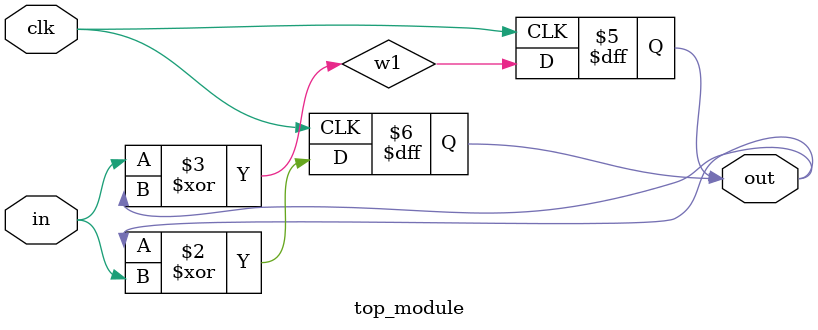
<source format=v>
module top_module (
    input clk,
    input in, 
    output out);
    
    // 寫法一
    always @(posedge clk) begin
        out <= out ^ in;
    end

    //寫法二 (My implementation)
    wire w1;
    assign w1 = in ^ out;
    always @(posedge clk) begin
        out <= w1;
    end

endmodule


// 注意，always中的output必须定义为reg型。
</source>
